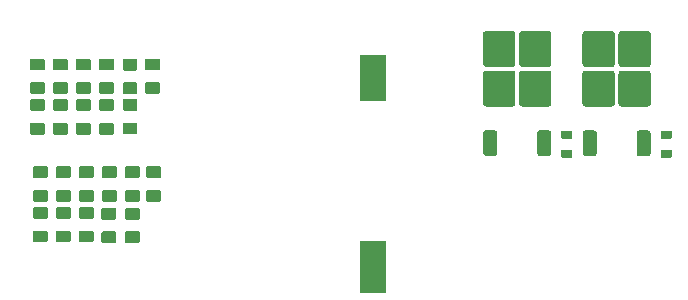
<source format=gbp>
G04 #@! TF.GenerationSoftware,KiCad,Pcbnew,8.0.9-8.0.9-0~ubuntu24.04.1*
G04 #@! TF.CreationDate,2025-11-11T04:04:05+00:00*
G04 #@! TF.ProjectId,PROLT,50524f4c-542e-46b6-9963-61645f706362,rev?*
G04 #@! TF.SameCoordinates,Original*
G04 #@! TF.FileFunction,Paste,Bot*
G04 #@! TF.FilePolarity,Positive*
%FSLAX46Y46*%
G04 Gerber Fmt 4.6, Leading zero omitted, Abs format (unit mm)*
G04 Created by KiCad (PCBNEW 8.0.9-8.0.9-0~ubuntu24.04.1) date 2025-11-11 04:04:05*
%MOMM*%
%LPD*%
G01*
G04 APERTURE LIST*
%ADD10R,2.299995X4.399991*%
%ADD11R,2.299995X3.999992*%
G04 APERTURE END LIST*
G04 #@! TO.C,C6*
G36*
G01*
X14625079Y51814993D02*
X13575079Y51814993D01*
G75*
G02*
X13475079Y51914993I0J100000D01*
G01*
X13475079Y52714993D01*
G75*
G02*
X13575079Y52814993I100000J0D01*
G01*
X14625079Y52814993D01*
G75*
G02*
X14725079Y52714993I0J-100000D01*
G01*
X14725079Y51914993D01*
G75*
G02*
X14625079Y51814993I-100000J0D01*
G01*
G37*
G36*
G01*
X14625079Y53814993D02*
X13575079Y53814993D01*
G75*
G02*
X13475079Y53914993I0J100000D01*
G01*
X13475079Y54714993D01*
G75*
G02*
X13575079Y54814993I100000J0D01*
G01*
X14625079Y54814993D01*
G75*
G02*
X14725079Y54714993I0J-100000D01*
G01*
X14725079Y53914993D01*
G75*
G02*
X14625079Y53814993I-100000J0D01*
G01*
G37*
G04 #@! TD*
G04 #@! TO.C,C11*
G36*
G01*
X10675015Y51800000D02*
X9625015Y51800000D01*
G75*
G02*
X9525015Y51900000I0J100000D01*
G01*
X9525015Y52700000D01*
G75*
G02*
X9625015Y52800000I100000J0D01*
G01*
X10675015Y52800000D01*
G75*
G02*
X10775015Y52700000I0J-100000D01*
G01*
X10775015Y51900000D01*
G75*
G02*
X10675015Y51800000I-100000J0D01*
G01*
G37*
G36*
G01*
X10675015Y53800000D02*
X9625015Y53800000D01*
G75*
G02*
X9525015Y53900000I0J100000D01*
G01*
X9525015Y54700000D01*
G75*
G02*
X9625015Y54800000I100000J0D01*
G01*
X10675015Y54800000D01*
G75*
G02*
X10775015Y54700000I0J-100000D01*
G01*
X10775015Y53900000D01*
G75*
G02*
X10675015Y53800000I-100000J0D01*
G01*
G37*
G04 #@! TD*
G04 #@! TO.C,C4*
G36*
G01*
X9625015Y58230002D02*
X10675015Y58230002D01*
G75*
G02*
X10775015Y58130002I0J-100000D01*
G01*
X10775015Y57330002D01*
G75*
G02*
X10675015Y57230002I-100000J0D01*
G01*
X9625015Y57230002D01*
G75*
G02*
X9525015Y57330002I0J100000D01*
G01*
X9525015Y58130002D01*
G75*
G02*
X9625015Y58230002I100000J0D01*
G01*
G37*
G36*
G01*
X9625015Y56230002D02*
X10675015Y56230002D01*
G75*
G02*
X10775015Y56130002I0J-100000D01*
G01*
X10775015Y55330002D01*
G75*
G02*
X10675015Y55230002I-100000J0D01*
G01*
X9625015Y55230002D01*
G75*
G02*
X9525015Y55330002I0J100000D01*
G01*
X9525015Y56130002D01*
G75*
G02*
X9625015Y56230002I100000J0D01*
G01*
G37*
G04 #@! TD*
G04 #@! TO.C,C18*
G36*
G01*
X9875000Y49100000D02*
X10925000Y49100000D01*
G75*
G02*
X11025000Y49000000I0J-100000D01*
G01*
X11025000Y48200000D01*
G75*
G02*
X10925000Y48100000I-100000J0D01*
G01*
X9875000Y48100000D01*
G75*
G02*
X9775000Y48200000I0J100000D01*
G01*
X9775000Y49000000D01*
G75*
G02*
X9875000Y49100000I100000J0D01*
G01*
G37*
G36*
G01*
X9875000Y47100000D02*
X10925000Y47100000D01*
G75*
G02*
X11025000Y47000000I0J-100000D01*
G01*
X11025000Y46200000D01*
G75*
G02*
X10925000Y46100000I-100000J0D01*
G01*
X9875000Y46100000D01*
G75*
G02*
X9775000Y46200000I0J100000D01*
G01*
X9775000Y47000000D01*
G75*
G02*
X9875000Y47100000I100000J0D01*
G01*
G37*
G04 #@! TD*
G04 #@! TO.C,C25*
G36*
G01*
X10925000Y42669998D02*
X9875000Y42669998D01*
G75*
G02*
X9775000Y42769998I0J100000D01*
G01*
X9775000Y43569998D01*
G75*
G02*
X9875000Y43669998I100000J0D01*
G01*
X10925000Y43669998D01*
G75*
G02*
X11025000Y43569998I0J-100000D01*
G01*
X11025000Y42769998D01*
G75*
G02*
X10925000Y42669998I-100000J0D01*
G01*
G37*
G36*
G01*
X10925000Y44669998D02*
X9875000Y44669998D01*
G75*
G02*
X9775000Y44769998I0J100000D01*
G01*
X9775000Y45569998D01*
G75*
G02*
X9875000Y45669998I100000J0D01*
G01*
X10925000Y45669998D01*
G75*
G02*
X11025000Y45569998I0J-100000D01*
G01*
X11025000Y44769998D01*
G75*
G02*
X10925000Y44669998I-100000J0D01*
G01*
G37*
G04 #@! TD*
G04 #@! TO.C,C24*
G36*
G01*
X8975015Y42669998D02*
X7925015Y42669998D01*
G75*
G02*
X7825015Y42769998I0J100000D01*
G01*
X7825015Y43569998D01*
G75*
G02*
X7925015Y43669998I100000J0D01*
G01*
X8975015Y43669998D01*
G75*
G02*
X9075015Y43569998I0J-100000D01*
G01*
X9075015Y42769998D01*
G75*
G02*
X8975015Y42669998I-100000J0D01*
G01*
G37*
G36*
G01*
X8975015Y44669998D02*
X7925015Y44669998D01*
G75*
G02*
X7825015Y44769998I0J100000D01*
G01*
X7825015Y45569998D01*
G75*
G02*
X7925015Y45669998I100000J0D01*
G01*
X8975015Y45669998D01*
G75*
G02*
X9075015Y45569998I0J-100000D01*
G01*
X9075015Y44769998D01*
G75*
G02*
X8975015Y44669998I-100000J0D01*
G01*
G37*
G04 #@! TD*
G04 #@! TO.C,R4*
G36*
G01*
X59110000Y52135000D02*
X59890000Y52135000D01*
G75*
G02*
X59960000Y52065000I0J-70000D01*
G01*
X59960000Y51505000D01*
G75*
G02*
X59890000Y51435000I-70000J0D01*
G01*
X59110000Y51435000D01*
G75*
G02*
X59040000Y51505000I0J70000D01*
G01*
X59040000Y52065000D01*
G75*
G02*
X59110000Y52135000I70000J0D01*
G01*
G37*
G36*
G01*
X59110000Y50535000D02*
X59890000Y50535000D01*
G75*
G02*
X59960000Y50465000I0J-70000D01*
G01*
X59960000Y49905000D01*
G75*
G02*
X59890000Y49835000I-70000J0D01*
G01*
X59110000Y49835000D01*
G75*
G02*
X59040000Y49905000I0J70000D01*
G01*
X59040000Y50465000D01*
G75*
G02*
X59110000Y50535000I70000J0D01*
G01*
G37*
G04 #@! TD*
G04 #@! TO.C,C9*
G36*
G01*
X6775045Y51800000D02*
X5725045Y51800000D01*
G75*
G02*
X5625045Y51900000I0J100000D01*
G01*
X5625045Y52700000D01*
G75*
G02*
X5725045Y52800000I100000J0D01*
G01*
X6775045Y52800000D01*
G75*
G02*
X6875045Y52700000I0J-100000D01*
G01*
X6875045Y51900000D01*
G75*
G02*
X6775045Y51800000I-100000J0D01*
G01*
G37*
G36*
G01*
X6775045Y53800000D02*
X5725045Y53800000D01*
G75*
G02*
X5625045Y53900000I0J100000D01*
G01*
X5625045Y54700000D01*
G75*
G02*
X5725045Y54800000I100000J0D01*
G01*
X6775045Y54800000D01*
G75*
G02*
X6875045Y54700000I0J-100000D01*
G01*
X6875045Y53900000D01*
G75*
G02*
X6775045Y53800000I-100000J0D01*
G01*
G37*
G04 #@! TD*
G04 #@! TO.C,Q4*
G36*
G01*
X57930000Y49960000D02*
X57230000Y49960000D01*
G75*
G02*
X56980000Y50210000I0J250000D01*
G01*
X56980000Y51910000D01*
G75*
G02*
X57230000Y52160000I250000J0D01*
G01*
X57930000Y52160000D01*
G75*
G02*
X58180000Y51910000I0J-250000D01*
G01*
X58180000Y50210000D01*
G75*
G02*
X57930000Y49960000I-250000J0D01*
G01*
G37*
G36*
G01*
X54900000Y54160000D02*
X52650000Y54160000D01*
G75*
G02*
X52400000Y54410000I0J250000D01*
G01*
X52400000Y56960000D01*
G75*
G02*
X52650000Y57210000I250000J0D01*
G01*
X54900000Y57210000D01*
G75*
G02*
X55150000Y56960000I0J-250000D01*
G01*
X55150000Y54410000D01*
G75*
G02*
X54900000Y54160000I-250000J0D01*
G01*
G37*
G36*
G01*
X57950000Y54160000D02*
X55700000Y54160000D01*
G75*
G02*
X55450000Y54410000I0J250000D01*
G01*
X55450000Y56960000D01*
G75*
G02*
X55700000Y57210000I250000J0D01*
G01*
X57950000Y57210000D01*
G75*
G02*
X58200000Y56960000I0J-250000D01*
G01*
X58200000Y54410000D01*
G75*
G02*
X57950000Y54160000I-250000J0D01*
G01*
G37*
G36*
G01*
X54900000Y57510000D02*
X52650000Y57510000D01*
G75*
G02*
X52400000Y57760000I0J250000D01*
G01*
X52400000Y60310000D01*
G75*
G02*
X52650000Y60560000I250000J0D01*
G01*
X54900000Y60560000D01*
G75*
G02*
X55150000Y60310000I0J-250000D01*
G01*
X55150000Y57760000D01*
G75*
G02*
X54900000Y57510000I-250000J0D01*
G01*
G37*
G36*
G01*
X57950000Y57510000D02*
X55700000Y57510000D01*
G75*
G02*
X55450000Y57760000I0J250000D01*
G01*
X55450000Y60310000D01*
G75*
G02*
X55700000Y60560000I250000J0D01*
G01*
X57950000Y60560000D01*
G75*
G02*
X58200000Y60310000I0J-250000D01*
G01*
X58200000Y57760000D01*
G75*
G02*
X57950000Y57510000I-250000J0D01*
G01*
G37*
G36*
G01*
X53370000Y49960000D02*
X52670000Y49960000D01*
G75*
G02*
X52420000Y50210000I0J250000D01*
G01*
X52420000Y51910000D01*
G75*
G02*
X52670000Y52160000I250000J0D01*
G01*
X53370000Y52160000D01*
G75*
G02*
X53620000Y51910000I0J-250000D01*
G01*
X53620000Y50210000D01*
G75*
G02*
X53370000Y49960000I-250000J0D01*
G01*
G37*
G04 #@! TD*
G04 #@! TO.C,C12*
G36*
G01*
X12625000Y51800000D02*
X11575000Y51800000D01*
G75*
G02*
X11475000Y51900000I0J100000D01*
G01*
X11475000Y52700000D01*
G75*
G02*
X11575000Y52800000I100000J0D01*
G01*
X12625000Y52800000D01*
G75*
G02*
X12725000Y52700000I0J-100000D01*
G01*
X12725000Y51900000D01*
G75*
G02*
X12625000Y51800000I-100000J0D01*
G01*
G37*
G36*
G01*
X12625000Y53800000D02*
X11575000Y53800000D01*
G75*
G02*
X11475000Y53900000I0J100000D01*
G01*
X11475000Y54700000D01*
G75*
G02*
X11575000Y54800000I100000J0D01*
G01*
X12625000Y54800000D01*
G75*
G02*
X12725000Y54700000I0J-100000D01*
G01*
X12725000Y53900000D01*
G75*
G02*
X12625000Y53800000I-100000J0D01*
G01*
G37*
G04 #@! TD*
G04 #@! TO.C,C10*
G36*
G01*
X8725030Y51800000D02*
X7675030Y51800000D01*
G75*
G02*
X7575030Y51900000I0J100000D01*
G01*
X7575030Y52700000D01*
G75*
G02*
X7675030Y52800000I100000J0D01*
G01*
X8725030Y52800000D01*
G75*
G02*
X8825030Y52700000I0J-100000D01*
G01*
X8825030Y51900000D01*
G75*
G02*
X8725030Y51800000I-100000J0D01*
G01*
G37*
G36*
G01*
X8725030Y53800000D02*
X7675030Y53800000D01*
G75*
G02*
X7575030Y53900000I0J100000D01*
G01*
X7575030Y54700000D01*
G75*
G02*
X7675030Y54800000I100000J0D01*
G01*
X8725030Y54800000D01*
G75*
G02*
X8825030Y54700000I0J-100000D01*
G01*
X8825030Y53900000D01*
G75*
G02*
X8725030Y53800000I-100000J0D01*
G01*
G37*
G04 #@! TD*
G04 #@! TO.C,C8*
G36*
G01*
X15475079Y58230002D02*
X16525079Y58230002D01*
G75*
G02*
X16625079Y58130002I0J-100000D01*
G01*
X16625079Y57330002D01*
G75*
G02*
X16525079Y57230002I-100000J0D01*
G01*
X15475079Y57230002D01*
G75*
G02*
X15375079Y57330002I0J100000D01*
G01*
X15375079Y58130002D01*
G75*
G02*
X15475079Y58230002I100000J0D01*
G01*
G37*
G36*
G01*
X15475079Y56230002D02*
X16525079Y56230002D01*
G75*
G02*
X16625079Y56130002I0J-100000D01*
G01*
X16625079Y55330002D01*
G75*
G02*
X16525079Y55230002I-100000J0D01*
G01*
X15475079Y55230002D01*
G75*
G02*
X15375079Y55330002I0J100000D01*
G01*
X15375079Y56130002D01*
G75*
G02*
X15475079Y56230002I100000J0D01*
G01*
G37*
G04 #@! TD*
G04 #@! TO.C,C16*
G36*
G01*
X5975030Y49100000D02*
X7025030Y49100000D01*
G75*
G02*
X7125030Y49000000I0J-100000D01*
G01*
X7125030Y48200000D01*
G75*
G02*
X7025030Y48100000I-100000J0D01*
G01*
X5975030Y48100000D01*
G75*
G02*
X5875030Y48200000I0J100000D01*
G01*
X5875030Y49000000D01*
G75*
G02*
X5975030Y49100000I100000J0D01*
G01*
G37*
G36*
G01*
X5975030Y47100000D02*
X7025030Y47100000D01*
G75*
G02*
X7125030Y47000000I0J-100000D01*
G01*
X7125030Y46200000D01*
G75*
G02*
X7025030Y46100000I-100000J0D01*
G01*
X5975030Y46100000D01*
G75*
G02*
X5875030Y46200000I0J100000D01*
G01*
X5875030Y47000000D01*
G75*
G02*
X5975030Y47100000I100000J0D01*
G01*
G37*
G04 #@! TD*
G04 #@! TO.C,C23*
G36*
G01*
X7025030Y42669998D02*
X5975030Y42669998D01*
G75*
G02*
X5875030Y42769998I0J100000D01*
G01*
X5875030Y43569998D01*
G75*
G02*
X5975030Y43669998I100000J0D01*
G01*
X7025030Y43669998D01*
G75*
G02*
X7125030Y43569998I0J-100000D01*
G01*
X7125030Y42769998D01*
G75*
G02*
X7025030Y42669998I-100000J0D01*
G01*
G37*
G36*
G01*
X7025030Y44669998D02*
X5975030Y44669998D01*
G75*
G02*
X5875030Y44769998I0J100000D01*
G01*
X5875030Y45569998D01*
G75*
G02*
X5975030Y45669998I100000J0D01*
G01*
X7025030Y45669998D01*
G75*
G02*
X7125030Y45569998I0J-100000D01*
G01*
X7125030Y44769998D01*
G75*
G02*
X7025030Y44669998I-100000J0D01*
G01*
G37*
G04 #@! TD*
G04 #@! TO.C,C20*
G36*
G01*
X13774970Y49100000D02*
X14824970Y49100000D01*
G75*
G02*
X14924970Y49000000I0J-100000D01*
G01*
X14924970Y48200000D01*
G75*
G02*
X14824970Y48100000I-100000J0D01*
G01*
X13774970Y48100000D01*
G75*
G02*
X13674970Y48200000I0J100000D01*
G01*
X13674970Y49000000D01*
G75*
G02*
X13774970Y49100000I100000J0D01*
G01*
G37*
G36*
G01*
X13774970Y47100000D02*
X14824970Y47100000D01*
G75*
G02*
X14924970Y47000000I0J-100000D01*
G01*
X14924970Y46200000D01*
G75*
G02*
X14824970Y46100000I-100000J0D01*
G01*
X13774970Y46100000D01*
G75*
G02*
X13674970Y46200000I0J100000D01*
G01*
X13674970Y47000000D01*
G75*
G02*
X13774970Y47100000I100000J0D01*
G01*
G37*
G04 #@! TD*
D10*
G04 #@! TO.C,BT1*
X34700000Y40599906D03*
D11*
X34700000Y56599925D03*
G04 #@! TD*
G04 #@! TO.C,R3*
G36*
G01*
X50687500Y52125000D02*
X51467500Y52125000D01*
G75*
G02*
X51537500Y52055000I0J-70000D01*
G01*
X51537500Y51495000D01*
G75*
G02*
X51467500Y51425000I-70000J0D01*
G01*
X50687500Y51425000D01*
G75*
G02*
X50617500Y51495000I0J70000D01*
G01*
X50617500Y52055000D01*
G75*
G02*
X50687500Y52125000I70000J0D01*
G01*
G37*
G36*
G01*
X50687500Y50525000D02*
X51467500Y50525000D01*
G75*
G02*
X51537500Y50455000I0J-70000D01*
G01*
X51537500Y49895000D01*
G75*
G02*
X51467500Y49825000I-70000J0D01*
G01*
X50687500Y49825000D01*
G75*
G02*
X50617500Y49895000I0J70000D01*
G01*
X50617500Y50455000D01*
G75*
G02*
X50687500Y50525000I70000J0D01*
G01*
G37*
G04 #@! TD*
G04 #@! TO.C,C15*
G36*
G01*
X14825000Y42600000D02*
X13775000Y42600000D01*
G75*
G02*
X13675000Y42700000I0J100000D01*
G01*
X13675000Y43500000D01*
G75*
G02*
X13775000Y43600000I100000J0D01*
G01*
X14825000Y43600000D01*
G75*
G02*
X14925000Y43500000I0J-100000D01*
G01*
X14925000Y42700000D01*
G75*
G02*
X14825000Y42600000I-100000J0D01*
G01*
G37*
G36*
G01*
X14825000Y44600000D02*
X13775000Y44600000D01*
G75*
G02*
X13675000Y44700000I0J100000D01*
G01*
X13675000Y45500000D01*
G75*
G02*
X13775000Y45600000I100000J0D01*
G01*
X14825000Y45600000D01*
G75*
G02*
X14925000Y45500000I0J-100000D01*
G01*
X14925000Y44700000D01*
G75*
G02*
X14825000Y44600000I-100000J0D01*
G01*
G37*
G04 #@! TD*
G04 #@! TO.C,C22*
G36*
G01*
X15575000Y49100000D02*
X16625000Y49100000D01*
G75*
G02*
X16725000Y49000000I0J-100000D01*
G01*
X16725000Y48200000D01*
G75*
G02*
X16625000Y48100000I-100000J0D01*
G01*
X15575000Y48100000D01*
G75*
G02*
X15475000Y48200000I0J100000D01*
G01*
X15475000Y49000000D01*
G75*
G02*
X15575000Y49100000I100000J0D01*
G01*
G37*
G36*
G01*
X15575000Y47100000D02*
X16625000Y47100000D01*
G75*
G02*
X16725000Y47000000I0J-100000D01*
G01*
X16725000Y46200000D01*
G75*
G02*
X16625000Y46100000I-100000J0D01*
G01*
X15575000Y46100000D01*
G75*
G02*
X15475000Y46200000I0J100000D01*
G01*
X15475000Y47000000D01*
G75*
G02*
X15575000Y47100000I100000J0D01*
G01*
G37*
G04 #@! TD*
G04 #@! TO.C,C19*
G36*
G01*
X11824985Y49100000D02*
X12874985Y49100000D01*
G75*
G02*
X12974985Y49000000I0J-100000D01*
G01*
X12974985Y48200000D01*
G75*
G02*
X12874985Y48100000I-100000J0D01*
G01*
X11824985Y48100000D01*
G75*
G02*
X11724985Y48200000I0J100000D01*
G01*
X11724985Y49000000D01*
G75*
G02*
X11824985Y49100000I100000J0D01*
G01*
G37*
G36*
G01*
X11824985Y47100000D02*
X12874985Y47100000D01*
G75*
G02*
X12974985Y47000000I0J-100000D01*
G01*
X12974985Y46200000D01*
G75*
G02*
X12874985Y46100000I-100000J0D01*
G01*
X11824985Y46100000D01*
G75*
G02*
X11724985Y46200000I0J100000D01*
G01*
X11724985Y47000000D01*
G75*
G02*
X11824985Y47100000I100000J0D01*
G01*
G37*
G04 #@! TD*
G04 #@! TO.C,C21*
G36*
G01*
X12825000Y42600000D02*
X11775000Y42600000D01*
G75*
G02*
X11675000Y42700000I0J100000D01*
G01*
X11675000Y43500000D01*
G75*
G02*
X11775000Y43600000I100000J0D01*
G01*
X12825000Y43600000D01*
G75*
G02*
X12925000Y43500000I0J-100000D01*
G01*
X12925000Y42700000D01*
G75*
G02*
X12825000Y42600000I-100000J0D01*
G01*
G37*
G36*
G01*
X12825000Y44600000D02*
X11775000Y44600000D01*
G75*
G02*
X11675000Y44700000I0J100000D01*
G01*
X11675000Y45500000D01*
G75*
G02*
X11775000Y45600000I100000J0D01*
G01*
X12825000Y45600000D01*
G75*
G02*
X12925000Y45500000I0J-100000D01*
G01*
X12925000Y44700000D01*
G75*
G02*
X12825000Y44600000I-100000J0D01*
G01*
G37*
G04 #@! TD*
G04 #@! TO.C,Q3*
G36*
G01*
X49505000Y49975000D02*
X48805000Y49975000D01*
G75*
G02*
X48555000Y50225000I0J250000D01*
G01*
X48555000Y51925000D01*
G75*
G02*
X48805000Y52175000I250000J0D01*
G01*
X49505000Y52175000D01*
G75*
G02*
X49755000Y51925000I0J-250000D01*
G01*
X49755000Y50225000D01*
G75*
G02*
X49505000Y49975000I-250000J0D01*
G01*
G37*
G36*
G01*
X46475000Y54175000D02*
X44225000Y54175000D01*
G75*
G02*
X43975000Y54425000I0J250000D01*
G01*
X43975000Y56975000D01*
G75*
G02*
X44225000Y57225000I250000J0D01*
G01*
X46475000Y57225000D01*
G75*
G02*
X46725000Y56975000I0J-250000D01*
G01*
X46725000Y54425000D01*
G75*
G02*
X46475000Y54175000I-250000J0D01*
G01*
G37*
G36*
G01*
X49525000Y54175000D02*
X47275000Y54175000D01*
G75*
G02*
X47025000Y54425000I0J250000D01*
G01*
X47025000Y56975000D01*
G75*
G02*
X47275000Y57225000I250000J0D01*
G01*
X49525000Y57225000D01*
G75*
G02*
X49775000Y56975000I0J-250000D01*
G01*
X49775000Y54425000D01*
G75*
G02*
X49525000Y54175000I-250000J0D01*
G01*
G37*
G36*
G01*
X46475000Y57525000D02*
X44225000Y57525000D01*
G75*
G02*
X43975000Y57775000I0J250000D01*
G01*
X43975000Y60325000D01*
G75*
G02*
X44225000Y60575000I250000J0D01*
G01*
X46475000Y60575000D01*
G75*
G02*
X46725000Y60325000I0J-250000D01*
G01*
X46725000Y57775000D01*
G75*
G02*
X46475000Y57525000I-250000J0D01*
G01*
G37*
G36*
G01*
X49525000Y57525000D02*
X47275000Y57525000D01*
G75*
G02*
X47025000Y57775000I0J250000D01*
G01*
X47025000Y60325000D01*
G75*
G02*
X47275000Y60575000I250000J0D01*
G01*
X49525000Y60575000D01*
G75*
G02*
X49775000Y60325000I0J-250000D01*
G01*
X49775000Y57775000D01*
G75*
G02*
X49525000Y57525000I-250000J0D01*
G01*
G37*
G36*
G01*
X44945000Y49975000D02*
X44245000Y49975000D01*
G75*
G02*
X43995000Y50225000I0J250000D01*
G01*
X43995000Y51925000D01*
G75*
G02*
X44245000Y52175000I250000J0D01*
G01*
X44945000Y52175000D01*
G75*
G02*
X45195000Y51925000I0J-250000D01*
G01*
X45195000Y50225000D01*
G75*
G02*
X44945000Y49975000I-250000J0D01*
G01*
G37*
G04 #@! TD*
G04 #@! TO.C,C2*
G36*
G01*
X5725045Y58230002D02*
X6775045Y58230002D01*
G75*
G02*
X6875045Y58130002I0J-100000D01*
G01*
X6875045Y57330002D01*
G75*
G02*
X6775045Y57230002I-100000J0D01*
G01*
X5725045Y57230002D01*
G75*
G02*
X5625045Y57330002I0J100000D01*
G01*
X5625045Y58130002D01*
G75*
G02*
X5725045Y58230002I100000J0D01*
G01*
G37*
G36*
G01*
X5725045Y56230002D02*
X6775045Y56230002D01*
G75*
G02*
X6875045Y56130002I0J-100000D01*
G01*
X6875045Y55330002D01*
G75*
G02*
X6775045Y55230002I-100000J0D01*
G01*
X5725045Y55230002D01*
G75*
G02*
X5625045Y55330002I0J100000D01*
G01*
X5625045Y56130002D01*
G75*
G02*
X5725045Y56230002I100000J0D01*
G01*
G37*
G04 #@! TD*
G04 #@! TO.C,C5*
G36*
G01*
X11575000Y58230002D02*
X12625000Y58230002D01*
G75*
G02*
X12725000Y58130002I0J-100000D01*
G01*
X12725000Y57330002D01*
G75*
G02*
X12625000Y57230002I-100000J0D01*
G01*
X11575000Y57230002D01*
G75*
G02*
X11475000Y57330002I0J100000D01*
G01*
X11475000Y58130002D01*
G75*
G02*
X11575000Y58230002I100000J0D01*
G01*
G37*
G36*
G01*
X11575000Y56230002D02*
X12625000Y56230002D01*
G75*
G02*
X12725000Y56130002I0J-100000D01*
G01*
X12725000Y55330002D01*
G75*
G02*
X12625000Y55230002I-100000J0D01*
G01*
X11575000Y55230002D01*
G75*
G02*
X11475000Y55330002I0J100000D01*
G01*
X11475000Y56130002D01*
G75*
G02*
X11575000Y56230002I100000J0D01*
G01*
G37*
G04 #@! TD*
G04 #@! TO.C,C3*
G36*
G01*
X7675030Y58230002D02*
X8725030Y58230002D01*
G75*
G02*
X8825030Y58130002I0J-100000D01*
G01*
X8825030Y57330002D01*
G75*
G02*
X8725030Y57230002I-100000J0D01*
G01*
X7675030Y57230002D01*
G75*
G02*
X7575030Y57330002I0J100000D01*
G01*
X7575030Y58130002D01*
G75*
G02*
X7675030Y58230002I100000J0D01*
G01*
G37*
G36*
G01*
X7675030Y56230002D02*
X8725030Y56230002D01*
G75*
G02*
X8825030Y56130002I0J-100000D01*
G01*
X8825030Y55330002D01*
G75*
G02*
X8725030Y55230002I-100000J0D01*
G01*
X7675030Y55230002D01*
G75*
G02*
X7575030Y55330002I0J100000D01*
G01*
X7575030Y56130002D01*
G75*
G02*
X7675030Y56230002I100000J0D01*
G01*
G37*
G04 #@! TD*
G04 #@! TO.C,C7*
G36*
G01*
X13575079Y58214993D02*
X14625079Y58214993D01*
G75*
G02*
X14725079Y58114993I0J-100000D01*
G01*
X14725079Y57314993D01*
G75*
G02*
X14625079Y57214993I-100000J0D01*
G01*
X13575079Y57214993D01*
G75*
G02*
X13475079Y57314993I0J100000D01*
G01*
X13475079Y58114993D01*
G75*
G02*
X13575079Y58214993I100000J0D01*
G01*
G37*
G36*
G01*
X13575079Y56214993D02*
X14625079Y56214993D01*
G75*
G02*
X14725079Y56114993I0J-100000D01*
G01*
X14725079Y55314993D01*
G75*
G02*
X14625079Y55214993I-100000J0D01*
G01*
X13575079Y55214993D01*
G75*
G02*
X13475079Y55314993I0J100000D01*
G01*
X13475079Y56114993D01*
G75*
G02*
X13575079Y56214993I100000J0D01*
G01*
G37*
G04 #@! TD*
G04 #@! TO.C,C17*
G36*
G01*
X7925015Y49100000D02*
X8975015Y49100000D01*
G75*
G02*
X9075015Y49000000I0J-100000D01*
G01*
X9075015Y48200000D01*
G75*
G02*
X8975015Y48100000I-100000J0D01*
G01*
X7925015Y48100000D01*
G75*
G02*
X7825015Y48200000I0J100000D01*
G01*
X7825015Y49000000D01*
G75*
G02*
X7925015Y49100000I100000J0D01*
G01*
G37*
G36*
G01*
X7925015Y47100000D02*
X8975015Y47100000D01*
G75*
G02*
X9075015Y47000000I0J-100000D01*
G01*
X9075015Y46200000D01*
G75*
G02*
X8975015Y46100000I-100000J0D01*
G01*
X7925015Y46100000D01*
G75*
G02*
X7825015Y46200000I0J100000D01*
G01*
X7825015Y47000000D01*
G75*
G02*
X7925015Y47100000I100000J0D01*
G01*
G37*
G04 #@! TD*
M02*

</source>
